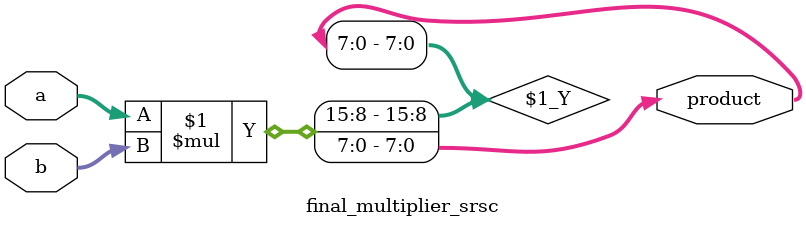
<source format=v>
module final_multiplier_srsc(
    input [15:0] a,
    input [15:0] b,
    output wire [7:0] product
);
    
    assign product = a * b;
    
endmodule
</source>
